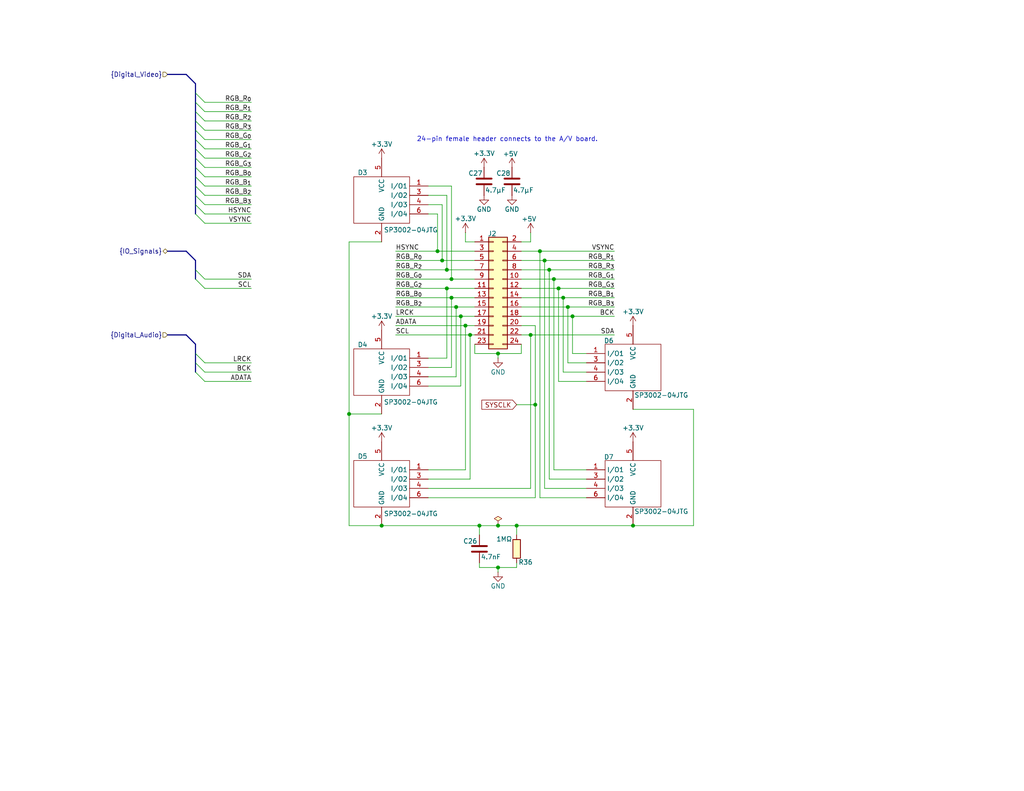
<source format=kicad_sch>
(kicad_sch (version 20231120) (generator "eeschema") (generator_version "8.0")
  (paper "USLetter")
  (lib_symbols
    (symbol "Connector_Generic:Conn_02x12_Odd_Even" (pin_names (offset 1.016) hide)
      (property "Reference" "J" (at 1.27 15.24 0))
      (property "Value" "Conn_02x12_Odd_Even" (at 1.27 -17.78 0))
      (symbol "Conn_02x12_Odd_Even_1_1"
        (rectangle (start -1.27 -15.113) (end 0 -15.367) (stroke (width 0.1524)))
        (rectangle (start -1.27 -12.573) (end 0 -12.827) (stroke (width 0.1524)))
        (rectangle (start -1.27 -10.033) (end 0 -10.287) (stroke (width 0.1524)))
        (rectangle (start -1.27 -7.493) (end 0 -7.747) (stroke (width 0.1524)))
        (rectangle (start -1.27 -4.953) (end 0 -5.207) (stroke (width 0.1524)))
        (rectangle (start -1.27 -2.413) (end 0 -2.667) (stroke (width 0.1524)))
        (rectangle (start -1.27 0.127) (end 0 -0.127) (stroke (width 0.1524)))
        (rectangle (start -1.27 2.667) (end 0 2.413) (stroke (width 0.1524)))
        (rectangle (start -1.27 5.207) (end 0 4.953) (stroke (width 0.1524)))
        (rectangle (start -1.27 7.747) (end 0 7.493) (stroke (width 0.1524)))
        (rectangle (start -1.27 10.287) (end 0 10.033) (stroke (width 0.1524)))
        (rectangle (start -1.27 12.827) (end 0 12.573) (stroke (width 0.1524)))
        (rectangle (start -1.27 13.97) (end 3.81 -16.51) (stroke (width 0.254)) (fill (type background)))
        (rectangle (start 3.81 -15.113) (end 2.54 -15.367) (stroke (width 0.1524)))
        (rectangle (start 3.81 -12.573) (end 2.54 -12.827) (stroke (width 0.1524)))
        (rectangle (start 3.81 -10.033) (end 2.54 -10.287) (stroke (width 0.1524)))
        (rectangle (start 3.81 -7.493) (end 2.54 -7.747) (stroke (width 0.1524)))
        (rectangle (start 3.81 -4.953) (end 2.54 -5.207) (stroke (width 0.1524)))
        (rectangle (start 3.81 -2.413) (end 2.54 -2.667) (stroke (width 0.1524)))
        (rectangle (start 3.81 0.127) (end 2.54 -0.127) (stroke (width 0.1524)))
        (rectangle (start 3.81 2.667) (end 2.54 2.413) (stroke (width 0.1524)))
        (rectangle (start 3.81 5.207) (end 2.54 4.953) (stroke (width 0.1524)))
        (rectangle (start 3.81 7.747) (end 2.54 7.493) (stroke (width 0.1524)))
        (rectangle (start 3.81 10.287) (end 2.54 10.033) (stroke (width 0.1524)))
        (rectangle (start 3.81 12.827) (end 2.54 12.573) (stroke (width 0.1524)))
        (pin passive line (at -5.08 12.7 0) (length 3.81) (name "Pin_1") (number "1"))
        (pin passive line (at 7.62 2.54 180) (length 3.81) (name "Pin_10") (number "10"))
        (pin passive line (at -5.08 0 0) (length 3.81) (name "Pin_11") (number "11"))
        (pin passive line (at 7.62 0 180) (length 3.81) (name "Pin_12") (number "12"))
        (pin passive line (at -5.08 -2.54 0) (length 3.81) (name "Pin_13") (number "13"))
        (pin passive line (at 7.62 -2.54 180) (length 3.81) (name "Pin_14") (number "14"))
        (pin passive line (at -5.08 -5.08 0) (length 3.81) (name "Pin_15") (number "15"))
        (pin passive line (at 7.62 -5.08 180) (length 3.81) (name "Pin_16") (number "16"))
        (pin passive line (at -5.08 -7.62 0) (length 3.81) (name "Pin_17") (number "17"))
        (pin passive line (at 7.62 -7.62 180) (length 3.81) (name "Pin_18") (number "18"))
        (pin passive line (at -5.08 -10.16 0) (length 3.81) (name "Pin_19") (number "19"))
        (pin passive line (at 7.62 12.7 180) (length 3.81) (name "Pin_2") (number "2"))
        (pin passive line (at 7.62 -10.16 180) (length 3.81) (name "Pin_20") (number "20"))
        (pin passive line (at -5.08 -12.7 0) (length 3.81) (name "Pin_21") (number "21"))
        (pin passive line (at 7.62 -12.7 180) (length 3.81) (name "Pin_22") (number "22"))
        (pin passive line (at -5.08 -15.24 0) (length 3.81) (name "Pin_23") (number "23"))
        (pin passive line (at 7.62 -15.24 180) (length 3.81) (name "Pin_24") (number "24"))
        (pin passive line (at -5.08 10.16 0) (length 3.81) (name "Pin_3") (number "3"))
        (pin passive line (at 7.62 10.16 180) (length 3.81) (name "Pin_4") (number "4"))
        (pin passive line (at -5.08 7.62 0) (length 3.81) (name "Pin_5") (number "5"))
        (pin passive line (at 7.62 7.62 180) (length 3.81) (name "Pin_6") (number "6"))
        (pin passive line (at -5.08 5.08 0) (length 3.81) (name "Pin_7") (number "7"))
        (pin passive line (at 7.62 5.08 180) (length 3.81) (name "Pin_8") (number "8"))
        (pin passive line (at -5.08 2.54 0) (length 3.81) (name "Pin_9") (number "9"))
      )
    )
    (symbol "Device:C" (pin_numbers hide) (pin_names (offset 0.254))
      (property "Reference" "C" (at 0.635 2.54 0))
      (property "Value" "C" (at 0.635 -2.54 0))
      (symbol "C_0_1"
        (polyline (pts (xy -2.032 -0.762) (xy 2.032 -0.762)) (stroke (width 0.508)))
        (polyline (pts (xy -2.032 0.762) (xy 2.032 0.762)) (stroke (width 0.508)))
      )
      (symbol "C_1_1"
        (pin passive line (at 0 3.81 270) (length 2.794) (name "~") (number "1"))
        (pin passive line (at 0 -3.81 90) (length 2.794) (name "~") (number "2"))
      )
    )
    (symbol "Device:R" (pin_numbers hide) (pin_names (offset 0))
      (property "Reference" "R" (at 2.032 0 90))
      (property "Value" "R" (at 0 0 90))
      (symbol "R_1_1"
        (rectangle (start -1.016 2.54) (end 1.016 -2.54) (stroke (width 0.254)) (fill (type background)))
        (pin passive line (at 0 3.81 270) (length 1.27) (name "~") (number "1"))
        (pin passive line (at 0 -3.81 90) (length 1.27) (name "~") (number "2"))
      )
    )
    (symbol "Sentinel 65X - Prototype 4 V2:SP3002-04JTG"
      (property "Reference" "D" (at 0.5281 0.7596 0))
      (property "Value" "SP3002-04JTG" (at 15.2292 -14.0415 0))
      (symbol "SP3002-04JTG_0_1"
        (rectangle (start 0 0) (end 15.24 -12.7))
      )
      (symbol "SP3002-04JTG_1_1"
        (pin passive line (at -5.08 -2.54 0) (length 5.08) (name "I/O1") (number "1"))
        (pin power_in line (at 7.62 -17.78 90) (length 5.08) (name "GND") (number "2"))
        (pin passive line (at -5.08 -5.08 0) (length 5.08) (name "I/O2") (number "3"))
        (pin passive line (at -5.08 -7.62 0) (length 5.08) (name "I/O3") (number "4"))
        (pin power_in line (at 7.62 5.08 270) (length 5.08) (name "VCC") (number "5"))
        (pin passive line (at -5.08 -10.16 0) (length 5.08) (name "I/O4") (number "6"))
      )
    )
    (symbol "power:+3.3V" (power) (pin_numbers hide) (pin_names (offset 0) hide)
      (property "Value" "+3.3V" (at 0 3.556 0))
      (symbol "+3.3V_0_1"
        (polyline (pts (xy -0.762 1.27) (xy 0 2.54)))
        (polyline (pts (xy 0 0) (xy 0 2.54)))
        (polyline (pts (xy 0 2.54) (xy 0.762 1.27)))
      )
      (symbol "+3.3V_1_1"
        (pin power_in line (at 0 0 90) (length 0) (name "~") (number "1"))
      )
    )
    (symbol "power:+5V" (power) (pin_numbers hide) (pin_names (offset 0) hide)
      (property "Value" "+5V" (at 0 3.556 0))
      (symbol "+5V_0_1"
        (polyline (pts (xy -0.762 1.27) (xy 0 2.54)))
        (polyline (pts (xy 0 0) (xy 0 2.54)))
        (polyline (pts (xy 0 2.54) (xy 0.762 1.27)))
      )
      (symbol "+5V_1_1"
        (pin power_in line (at 0 0 90) (length 0) (name "~") (number "1"))
      )
    )
    (symbol "power:GND" (power) (pin_numbers hide) (pin_names (offset 0) hide)
      (property "Value" "GND" (at 0 -3.81 0))
      (symbol "GND_0_1"
        (polyline (pts (xy 0 0) (xy 0 -1.27) (xy 1.27 -1.27) (xy 0 -2.54) (xy -1.27 -1.27) (xy 0 -1.27)))
      )
      (symbol "GND_1_1"
        (pin power_in line (at 0 0 270) (length 0) (name "~") (number "1"))
      )
    )
    (symbol "power:PWR_FLAG" (power) (pin_numbers hide) (pin_names (offset 0) hide)
      (property "Value" "PWR_FLAG" (at 0 3.81 0))
      (symbol "PWR_FLAG_0_0"
        (pin power_out line (at 0 0 90) (length 0) (name "~") (number "1"))
      )
      (symbol "PWR_FLAG_1_1"
        (polyline (pts (xy 0 0) (xy 0 1.27) (xy -1.016 1.905) (xy 0 2.54) (xy 1.016 1.905) (xy 0 1.27)) (fill (type background)))
      )
    )
  )
  (junction (at 130.81 143.51))
  (junction (at 127 88.9))
  (junction (at 119.38 68.58))
  (junction (at 152.4 78.74))
  (junction (at 140.97 143.51))
  (junction (at 95.25 113.03))
  (junction (at 121.92 78.74))
  (junction (at 128.27 91.44))
  (junction (at 148.59 71.12))
  (junction (at 121.92 73.66))
  (junction (at 135.89 143.51))
  (junction (at 123.19 76.2))
  (junction (at 135.89 154.94))
  (junction (at 146.05 110.49))
  (junction (at 154.94 83.82))
  (junction (at 151.13 76.2))
  (junction (at 153.67 81.28))
  (junction (at 125.73 86.36))
  (junction (at 144.78 91.44))
  (junction (at 147.32 68.58))
  (junction (at 135.89 96.52))
  (junction (at 149.86 73.66))
  (junction (at 124.46 83.82))
  (junction (at 104.14 143.51))
  (junction (at 120.65 71.12))
  (junction (at 123.19 81.28))
  (junction (at 156.21 86.36))
  (junction (at 172.72 143.51))
  (bus_entry (at 53.34 99.06) (size 2.54 2.54))
  (bus_entry (at 53.34 55.88) (size 2.54 2.54))
  (bus_entry (at 53.34 30.48) (size 2.54 2.54))
  (bus_entry (at 53.34 101.6) (size 2.54 2.54))
  (bus_entry (at 53.34 53.34) (size 2.54 2.54))
  (bus_entry (at 53.34 35.56) (size 2.54 2.54))
  (bus_entry (at 53.34 76.2) (size 2.54 2.54))
  (bus_entry (at 53.34 50.8) (size 2.54 2.54))
  (bus_entry (at 53.34 48.26) (size 2.54 2.54))
  (bus_entry (at 53.34 43.18) (size 2.54 2.54))
  (bus_entry (at 53.34 33.02) (size 2.54 2.54))
  (bus_entry (at 53.34 96.52) (size 2.54 2.54))
  (bus_entry (at 53.34 40.64) (size 2.54 2.54))
  (bus_entry (at 53.34 25.4) (size 2.54 2.54))
  (bus_entry (at 53.34 73.66) (size 2.54 2.54))
  (bus_entry (at 53.34 45.72) (size 2.54 2.54))
  (bus_entry (at 53.34 58.42) (size 2.54 2.54))
  (bus_entry (at 53.34 38.1) (size 2.54 2.54))
  (bus_entry (at 53.34 27.94) (size 2.54 2.54))
  (wire (pts (xy 154.94 83.82) (xy 154.94 99.06)))
  (wire (pts (xy 55.88 27.94) (xy 68.58 27.94)))
  (wire (pts (xy 130.81 154.94) (xy 130.81 153.67)))
  (wire (pts (xy 107.95 78.74) (xy 121.92 78.74)))
  (wire (pts (xy 116.84 105.41) (xy 125.73 105.41)))
  (bus (pts (xy 53.34 93.98) (xy 53.34 96.52)))
  (wire (pts (xy 116.84 55.88) (xy 120.65 55.88)))
  (wire (pts (xy 55.88 48.26) (xy 68.58 48.26)))
  (wire (pts (xy 151.13 76.2) (xy 167.64 76.2)))
  (wire (pts (xy 123.19 81.28) (xy 129.54 81.28)))
  (bus (pts (xy 53.34 71.12) (xy 53.34 73.66)))
  (wire (pts (xy 148.59 133.35) (xy 160.02 133.35)))
  (wire (pts (xy 55.88 45.72) (xy 68.58 45.72)))
  (bus (pts (xy 53.34 73.66) (xy 53.34 76.2)))
  (bus (pts (xy 53.34 48.26) (xy 53.34 50.8)))
  (wire (pts (xy 121.92 73.66) (xy 129.54 73.66)))
  (wire (pts (xy 55.88 55.88) (xy 68.58 55.88)))
  (wire (pts (xy 140.97 110.49) (xy 146.05 110.49)))
  (wire (pts (xy 130.81 143.51) (xy 135.89 143.51)))
  (bus (pts (xy 53.34 50.8) (xy 53.34 53.34)))
  (wire (pts (xy 142.24 83.82) (xy 154.94 83.82)))
  (wire (pts (xy 116.84 133.35) (xy 144.78 133.35)))
  (bus (pts (xy 53.34 35.56) (xy 53.34 38.1)))
  (wire (pts (xy 55.88 104.14) (xy 68.58 104.14)))
  (wire (pts (xy 116.84 130.81) (xy 128.27 130.81)))
  (bus (pts (xy 53.34 53.34) (xy 53.34 55.88)))
  (wire (pts (xy 128.27 91.44) (xy 129.54 91.44)))
  (wire (pts (xy 121.92 53.34) (xy 121.92 73.66)))
  (wire (pts (xy 127 88.9) (xy 127 128.27)))
  (wire (pts (xy 153.67 101.6) (xy 160.02 101.6)))
  (wire (pts (xy 119.38 68.58) (xy 129.54 68.58)))
  (bus (pts (xy 53.34 55.88) (xy 53.34 58.42)))
  (wire (pts (xy 95.25 113.03) (xy 104.14 113.03)))
  (wire (pts (xy 95.25 66.04) (xy 95.25 113.03)))
  (bus (pts (xy 53.34 25.4) (xy 53.34 27.94)))
  (wire (pts (xy 142.24 93.98) (xy 142.24 96.52)))
  (wire (pts (xy 121.92 78.74) (xy 129.54 78.74)))
  (bus (pts (xy 45.72 68.58) (xy 50.8 68.58)))
  (wire (pts (xy 123.19 76.2) (xy 129.54 76.2)))
  (wire (pts (xy 124.46 83.82) (xy 124.46 102.87)))
  (wire (pts (xy 116.84 50.8) (xy 123.19 50.8)))
  (wire (pts (xy 55.88 38.1) (xy 68.58 38.1)))
  (wire (pts (xy 140.97 143.51) (xy 172.72 143.51)))
  (wire (pts (xy 120.65 71.12) (xy 129.54 71.12)))
  (wire (pts (xy 142.24 68.58) (xy 147.32 68.58)))
  (wire (pts (xy 151.13 128.27) (xy 160.02 128.27)))
  (wire (pts (xy 55.88 76.2) (xy 68.58 76.2)))
  (wire (pts (xy 128.27 91.44) (xy 128.27 130.81)))
  (wire (pts (xy 116.84 135.89) (xy 146.05 135.89)))
  (bus (pts (xy 45.72 91.44) (xy 50.8 91.44)))
  (wire (pts (xy 140.97 143.51) (xy 140.97 146.05)))
  (wire (pts (xy 142.24 91.44) (xy 144.78 91.44)))
  (wire (pts (xy 144.78 91.44) (xy 144.78 133.35)))
  (wire (pts (xy 55.88 50.8) (xy 68.58 50.8)))
  (wire (pts (xy 135.89 97.79) (xy 135.89 96.52)))
  (wire (pts (xy 124.46 83.82) (xy 129.54 83.82)))
  (wire (pts (xy 55.88 53.34) (xy 68.58 53.34)))
  (bus (pts (xy 53.34 40.64) (xy 53.34 43.18)))
  (wire (pts (xy 55.88 60.96) (xy 68.58 60.96)))
  (wire (pts (xy 107.95 91.44) (xy 128.27 91.44)))
  (wire (pts (xy 156.21 86.36) (xy 167.64 86.36)))
  (bus (pts (xy 53.34 43.18) (xy 53.34 45.72)))
  (wire (pts (xy 147.32 135.89) (xy 160.02 135.89)))
  (wire (pts (xy 121.92 78.74) (xy 121.92 97.79)))
  (wire (pts (xy 116.84 128.27) (xy 127 128.27)))
  (wire (pts (xy 152.4 78.74) (xy 167.64 78.74)))
  (wire (pts (xy 135.89 154.94) (xy 140.97 154.94)))
  (wire (pts (xy 130.81 154.94) (xy 135.89 154.94)))
  (wire (pts (xy 147.32 68.58) (xy 167.64 68.58)))
  (wire (pts (xy 172.72 111.76) (xy 189.23 111.76)))
  (wire (pts (xy 142.24 78.74) (xy 152.4 78.74)))
  (wire (pts (xy 127 63.5) (xy 127 66.04)))
  (wire (pts (xy 144.78 91.44) (xy 167.64 91.44)))
  (wire (pts (xy 142.24 86.36) (xy 156.21 86.36)))
  (bus (pts (xy 53.34 99.06) (xy 53.34 101.6)))
  (wire (pts (xy 130.81 143.51) (xy 130.81 146.05)))
  (wire (pts (xy 55.88 30.48) (xy 68.58 30.48)))
  (wire (pts (xy 107.95 83.82) (xy 124.46 83.82)))
  (wire (pts (xy 95.25 113.03) (xy 95.25 143.51)))
  (wire (pts (xy 142.24 81.28) (xy 153.67 81.28)))
  (wire (pts (xy 107.95 88.9) (xy 127 88.9)))
  (wire (pts (xy 107.95 76.2) (xy 123.19 76.2)))
  (bus (pts (xy 53.34 33.02) (xy 53.34 35.56)))
  (wire (pts (xy 148.59 71.12) (xy 148.59 133.35)))
  (wire (pts (xy 152.4 104.14) (xy 160.02 104.14)))
  (wire (pts (xy 116.84 100.33) (xy 123.19 100.33)))
  (wire (pts (xy 152.4 78.74) (xy 152.4 104.14)))
  (wire (pts (xy 189.23 111.76) (xy 189.23 143.51)))
  (bus (pts (xy 53.34 22.86) (xy 53.34 25.4)))
  (wire (pts (xy 142.24 66.04) (xy 144.78 66.04)))
  (wire (pts (xy 156.21 86.36) (xy 156.21 96.52)))
  (wire (pts (xy 135.89 96.52) (xy 142.24 96.52)))
  (wire (pts (xy 55.88 78.74) (xy 68.58 78.74)))
  (bus (pts (xy 50.8 91.44) (xy 53.34 93.98)))
  (wire (pts (xy 142.24 73.66) (xy 149.86 73.66)))
  (wire (pts (xy 135.89 154.94) (xy 135.89 156.21)))
  (wire (pts (xy 120.65 55.88) (xy 120.65 71.12)))
  (wire (pts (xy 55.88 58.42) (xy 68.58 58.42)))
  (bus (pts (xy 50.8 20.32) (xy 53.34 22.86)))
  (wire (pts (xy 119.38 58.42) (xy 119.38 68.58)))
  (wire (pts (xy 55.88 33.02) (xy 68.58 33.02)))
  (wire (pts (xy 142.24 76.2) (xy 151.13 76.2)))
  (bus (pts (xy 53.34 30.48) (xy 53.34 33.02)))
  (wire (pts (xy 153.67 81.28) (xy 167.64 81.28)))
  (wire (pts (xy 55.88 40.64) (xy 68.58 40.64)))
  (wire (pts (xy 55.88 35.56) (xy 68.58 35.56)))
  (wire (pts (xy 142.24 71.12) (xy 148.59 71.12)))
  (wire (pts (xy 116.84 97.79) (xy 121.92 97.79)))
  (wire (pts (xy 55.88 99.06) (xy 68.58 99.06)))
  (wire (pts (xy 107.95 73.66) (xy 121.92 73.66)))
  (wire (pts (xy 142.24 88.9) (xy 146.05 88.9)))
  (wire (pts (xy 154.94 99.06) (xy 160.02 99.06)))
  (wire (pts (xy 172.72 143.51) (xy 189.23 143.51)))
  (wire (pts (xy 116.84 102.87) (xy 124.46 102.87)))
  (wire (pts (xy 55.88 43.18) (xy 68.58 43.18)))
  (wire (pts (xy 107.95 81.28) (xy 123.19 81.28)))
  (wire (pts (xy 95.25 143.51) (xy 104.14 143.51)))
  (wire (pts (xy 127 66.04) (xy 129.54 66.04)))
  (wire (pts (xy 151.13 76.2) (xy 151.13 128.27)))
  (wire (pts (xy 149.86 73.66) (xy 167.64 73.66)))
  (wire (pts (xy 125.73 86.36) (xy 129.54 86.36)))
  (wire (pts (xy 107.95 86.36) (xy 125.73 86.36)))
  (wire (pts (xy 154.94 83.82) (xy 167.64 83.82)))
  (bus (pts (xy 53.34 27.94) (xy 53.34 30.48)))
  (wire (pts (xy 153.67 81.28) (xy 153.67 101.6)))
  (wire (pts (xy 147.32 68.58) (xy 147.32 135.89)))
  (wire (pts (xy 116.84 53.34) (xy 121.92 53.34)))
  (wire (pts (xy 125.73 86.36) (xy 125.73 105.41)))
  (wire (pts (xy 148.59 71.12) (xy 167.64 71.12)))
  (bus (pts (xy 50.8 68.58) (xy 53.34 71.12)))
  (bus (pts (xy 53.34 96.52) (xy 53.34 99.06)))
  (wire (pts (xy 149.86 73.66) (xy 149.86 130.81)))
  (bus (pts (xy 53.34 45.72) (xy 53.34 48.26)))
  (wire (pts (xy 123.19 50.8) (xy 123.19 76.2)))
  (wire (pts (xy 135.89 143.51) (xy 140.97 143.51)))
  (wire (pts (xy 140.97 154.94) (xy 140.97 153.67)))
  (wire (pts (xy 95.25 66.04) (xy 104.14 66.04)))
  (wire (pts (xy 146.05 88.9) (xy 146.05 110.49)))
  (wire (pts (xy 144.78 63.5) (xy 144.78 66.04)))
  (wire (pts (xy 107.95 71.12) (xy 120.65 71.12)))
  (wire (pts (xy 127 88.9) (xy 129.54 88.9)))
  (wire (pts (xy 129.54 96.52) (xy 135.89 96.52)))
  (bus (pts (xy 53.34 38.1) (xy 53.34 40.64)))
  (wire (pts (xy 156.21 96.52) (xy 160.02 96.52)))
  (wire (pts (xy 149.86 130.81) (xy 160.02 130.81)))
  (wire (pts (xy 146.05 110.49) (xy 146.05 135.89)))
  (wire (pts (xy 123.19 81.28) (xy 123.19 100.33)))
  (wire (pts (xy 116.84 58.42) (xy 119.38 58.42)))
  (bus (pts (xy 45.72 20.32) (xy 50.8 20.32)))
  (wire (pts (xy 104.14 143.51) (xy 130.81 143.51)))
  (wire (pts (xy 129.54 93.98) (xy 129.54 96.52)))
  (wire (pts (xy 55.88 101.6) (xy 68.58 101.6)))
  (wire (pts (xy 107.95 68.58) (xy 119.38 68.58)))
  (text "24-pin female header connects to the A/V board." (at 138.43 38.1 0) (effects (font (size 1.27 1.27))))
  (label "ADATA" (at 107.95 88.9 0))
  (label "LRCK" (at 107.95 86.36 0))
  (label "SDA" (at 68.58 76.2 180))
  (label "RGB_B_{1}" (at 167.64 81.28 180))
  (label "HSYNC" (at 68.58 58.42 180))
  (label "RGB_R_{1}" (at 167.64 71.12 180))
  (label "RGB_R_{2}" (at 107.95 73.66 0))
  (label "SDA" (at 167.64 91.44 180))
  (label "VSYNC" (at 167.64 68.58 180))
  (label "SCL" (at 68.58 78.74 180))
  (label "RGB_B_{1}" (at 68.58 50.8 180))
  (label "RGB_G_{1}" (at 167.64 76.2 180))
  (label "RGB_G_{2}" (at 107.95 78.74 0))
  (label "RGB_G_{1}" (at 68.58 40.64 180))
  (label "RGB_R_{0}" (at 107.95 71.12 0))
  (label "RGB_B_{3}" (at 68.58 55.88 180))
  (label "RGB_G_{3}" (at 68.58 45.72 180))
  (label "RGB_R_{2}" (at 68.58 33.02 180))
  (label "VSYNC" (at 68.58 60.96 180))
  (label "RGB_R_{0}" (at 68.58 27.94 180))
  (label "RGB_G_{3}" (at 167.64 78.74 180))
  (label "RGB_R_{3}" (at 167.64 73.66 180))
  (label "RGB_B_{2}" (at 107.95 83.82 0))
  (label "BCK" (at 167.64 86.36 180))
  (label "RGB_B_{2}" (at 68.58 53.34 180))
  (label "RGB_B_{3}" (at 167.64 83.82 180))
  (label "ADATA" (at 68.58 104.14 180))
  (label "RGB_R_{1}" (at 68.58 30.48 180))
  (label "RGB_G_{2}" (at 68.58 43.18 180))
  (label "SCL" (at 107.95 91.44 0))
  (label "RGB_B_{0}" (at 107.95 81.28 0))
  (label "HSYNC" (at 107.95 68.58 0))
  (label "RGB_R_{3}" (at 68.58 35.56 180))
  (label "BCK" (at 68.58 101.6 180))
  (label "RGB_B_{0}" (at 68.58 48.26 180))
  (label "RGB_G_{0}" (at 68.58 38.1 180))
  (label "LRCK" (at 68.58 99.06 180))
  (label "RGB_G_{0}" (at 107.95 76.2 0))
  (global_label "SYSCLK" (shape input) (at 140.97 110.49 180) (property "Intersheetrefs" "${INTERSHEET_REFS}" (effects (hide yes))))
  (hierarchical_label "{Digital_Video}" (shape input) (at 45.72 20.32 180))
  (hierarchical_label "{IO_Signals}" (shape bidirectional) (at 45.72 68.58 180))
  (hierarchical_label "{Digital_Audio}" (shape input) (at 45.72 91.44 180))
  (symbol (lib_id "Device:C") (at 130.81 149.86 180) (unit 1)
    (property "Reference" "C26" (at 130.2693 147.7519 0) (effects (justify left)))
    (property "Value" "4.7nF" (at 136.6666 152.0481 0) (effects (justify left)))
    (property "Footprint" "Capacitor_SMD:C_0402_1005Metric" (effects (hide yes)))
    (property "Description" "Unpolarized capacitor" (effects (hide yes)))
  )
  (symbol (lib_id "Device:C") (at 139.7 49.53 0) (unit 1)
    (property "Reference" "C28" (at 135.4001 47.3085 0) (effects (justify left)))
    (property "Value" "4.7µF" (at 139.9647 51.9161 0) (effects (justify left)))
    (property "Footprint" "Capacitor_SMD:C_0402_1005Metric" (effects (hide yes)))
    (property "Description" "Unpolarized capacitor" (effects (hide yes)))
  )
  (symbol (lib_id "Device:R") (at 140.97 149.86 180) (unit 1)
    (property "Reference" "R36" (at 143.4061 153.5062 0))
    (property "Value" "1MΩ" (at 137.5637 147.164 0))
    (property "Footprint" "Resistor_SMD:R_0402_1005Metric" (effects (hide yes)))
    (property "Description" "Resistor" (effects (hide yes)))
  )
  (symbol (lib_id "Device:C") (at 132.08 49.53 0) (unit 1)
    (property "Reference" "C27" (at 127.7801 47.3085 0) (effects (justify left)))
    (property "Value" "4.7µF" (at 132.3447 51.9161 0) (effects (justify left)))
    (property "Footprint" "Capacitor_SMD:C_0402_1005Metric" (effects (hide yes)))
    (property "Description" "Unpolarized capacitor" (effects (hide yes)))
  )
  (symbol (lib_id "Sentinel 65X - Prototype 4 V2:SP3002-04JTG") (at 111.76 95.25 0) (mirror y) (unit 1)
    (property "Reference" "D4" (at 100.2861 94.111 0) (effects (justify left)))
    (property "Value" "SP3002-04JTG" (at 119.4651 109.7777 0) (effects (justify left)))
    (property "Footprint" "Package_TO_SOT_SMD:SOT-363_SC-70-6" (effects (hide yes)))
    (property "Datasheet" "https://www.mouser.ca/datasheet/2/240/media-3322885.pdf" (effects (hide yes)))
    (property "Description" "Low Capacitance ESD Protection" (effects (hide yes)))
  )
  (symbol (lib_id "Sentinel 65X - Prototype 4 V2:SP3002-04JTG") (at 111.76 125.73 0) (mirror y) (unit 1)
    (property "Reference" "D5" (at 100.2861 124.591 0) (effects (justify left)))
    (property "Value" "SP3002-04JTG" (at 119.4651 140.2577 0) (effects (justify left)))
    (property "Footprint" "Package_TO_SOT_SMD:SOT-363_SC-70-6" (effects (hide yes)))
    (property "Datasheet" "https://www.mouser.ca/datasheet/2/240/media-3322885.pdf" (effects (hide yes)))
    (property "Description" "Low Capacitance ESD Protection" (effects (hide yes)))
  )
  (symbol (lib_id "power:GND") (at 132.08 53.34 0) (unit 1)
    (property "Reference" "#PWR085" (effects (hide yes)))
    (property "Value" "GND" (at 132.08 57.15 0))
    (property "Description" "Power symbol creates a global label with name \"GND\" , ground" (effects (hide yes)))
  )
  (symbol (lib_id "power:+5V") (at 139.7 45.72 0) (unit 1)
    (property "Reference" "#PWR088" (effects (hide yes)))
    (property "Value" "+5V" (at 139.2544 42.0128 0))
    (property "Description" "Power symbol creates a global label with name \"+5V\"" (effects (hide yes)))
  )
  (symbol (lib_id "Sentinel 65X - Prototype 4 V2:SP3002-04JTG") (at 165.1 125.73 0) (unit 1)
    (property "Reference" "D7" (at 164.7716 124.7701 0) (effects (justify left)))
    (property "Value" "SP3002-04JTG" (at 173.075 139.6384 0) (effects (justify left)))
    (property "Footprint" "Package_TO_SOT_SMD:SOT-363_SC-70-6" (effects (hide yes)))
    (property "Datasheet" "https://www.mouser.ca/datasheet/2/240/media-3322885.pdf" (effects (hide yes)))
    (property "Description" "Low Capacitance ESD Protection" (effects (hide yes)))
  )
  (symbol (lib_id "Sentinel 65X - Prototype 4 V2:SP3002-04JTG") (at 165.1 93.98 0) (unit 1)
    (property "Reference" "D6" (at 164.7716 93.0201 0) (effects (justify left)))
    (property "Value" "SP3002-04JTG" (at 173.075 107.8884 0) (effects (justify left)))
    (property "Footprint" "Package_TO_SOT_SMD:SOT-363_SC-70-6" (effects (hide yes)))
    (property "Datasheet" "https://www.mouser.ca/datasheet/2/240/media-3322885.pdf" (effects (hide yes)))
    (property "Description" "Low Capacitance ESD Protection" (effects (hide yes)))
  )
  (symbol (lib_id "Connector_Generic:Conn_02x12_Odd_Even") (at 134.62 78.74 0) (unit 1)
    (property "Reference" "J2" (at 134.2932 63.7866 0))
    (property "Value" "Conn_02x12_Odd_Even" (effects (hide yes)))
    (property "Footprint" "Connector_PinSocket_2.54mm:PinSocket_2x12_P2.54mm_Vertical" (effects (hide yes)))
    (property "Description" "Generic connector, double row, 02x12, odd/even pin numbering scheme (row 1 odd numbers, row 2 even numbers), script generated (kicad-library-utils/schlib/autogen/connector/)" (effects (hide yes)))
  )
  (symbol (lib_id "power:+3.3V") (at 132.08 45.72 0) (unit 1)
    (property "Reference" "#PWR084" (effects (hide yes)))
    (property "Value" "+3.3V" (at 132.08 41.91 0))
    (property "Description" "Power symbol creates a global label with name \"+3.3V\"" (effects (hide yes)))
  )
  (symbol (lib_id "power:GND") (at 135.89 97.79 0) (unit 1)
    (property "Reference" "#PWR086" (effects (hide yes)))
    (property "Value" "GND" (at 135.89 101.6 0))
    (property "Description" "Power symbol creates a global label with name \"GND\" , ground" (effects (hide yes)))
  )
  (symbol (lib_id "power:+3.3V") (at 104.14 120.65 0) (unit 1)
    (property "Reference" "#PWR082" (effects (hide yes)))
    (property "Value" "+3.3V" (at 104.14 116.84 0))
    (property "Description" "Power symbol creates a global label with name \"+3.3V\"" (effects (hide yes)))
  )
  (symbol (lib_id "power:+5V") (at 144.78 63.5 0) (unit 1)
    (property "Reference" "#PWR090" (effects (hide yes)))
    (property "Value" "+5V" (at 144.3344 59.7928 0))
    (property "Description" "Power symbol creates a global label with name \"+5V\"" (effects (hide yes)))
  )
  (symbol (lib_id "power:+3.3V") (at 104.14 90.17 0) (unit 1)
    (property "Reference" "#PWR081" (effects (hide yes)))
    (property "Value" "+3.3V" (at 104.14 86.36 0))
    (property "Description" "Power symbol creates a global label with name \"+3.3V\"" (effects (hide yes)))
  )
  (symbol (lib_id "power:+3.3V") (at 172.72 88.9 0) (mirror y) (unit 1)
    (property "Reference" "#PWR091" (effects (hide yes)))
    (property "Value" "+3.3V" (at 172.72 85.09 0))
    (property "Description" "Power symbol creates a global label with name \"+3.3V\"" (effects (hide yes)))
  )
  (symbol (lib_id "power:GND") (at 139.7 53.34 0) (unit 1)
    (property "Reference" "#PWR089" (effects (hide yes)))
    (property "Value" "GND" (at 139.7 57.15 0))
    (property "Description" "Power symbol creates a global label with name \"GND\" , ground" (effects (hide yes)))
  )
  (symbol (lib_id "power:+3.3V") (at 172.72 120.65 0) (mirror y) (unit 1)
    (property "Reference" "#PWR092" (effects (hide yes)))
    (property "Value" "+3.3V" (at 172.72 116.84 0))
    (property "Description" "Power symbol creates a global label with name \"+3.3V\"" (effects (hide yes)))
  )
  (symbol (lib_id "power:+3.3V") (at 104.14 43.18 0) (unit 1)
    (property "Reference" "#PWR080" (effects (hide yes)))
    (property "Value" "+3.3V" (at 104.14 39.37 0))
    (property "Description" "Power symbol creates a global label with name \"+3.3V\"" (effects (hide yes)))
  )
  (symbol (lib_id "power:+3.3V") (at 127 63.5 0) (unit 1)
    (property "Reference" "#PWR083" (effects (hide yes)))
    (property "Value" "+3.3V" (at 127 59.69 0))
    (property "Description" "Power symbol creates a global label with name \"+3.3V\"" (effects (hide yes)))
  )
  (symbol (lib_id "Sentinel 65X - Prototype 4 V2:SP3002-04JTG") (at 111.76 48.26 0) (mirror y) (unit 1)
    (property "Reference" "D3" (at 100.2861 47.121 0) (effects (justify left)))
    (property "Value" "SP3002-04JTG" (at 119.4651 62.7877 0) (effects (justify left)))
    (property "Footprint" "Package_TO_SOT_SMD:SOT-363_SC-70-6" (effects (hide yes)))
    (property "Datasheet" "https://www.mouser.ca/datasheet/2/240/media-3322885.pdf" (effects (hide yes)))
    (property "Description" "Low Capacitance ESD Protection" (effects (hide yes)))
  )
  (symbol (lib_id "power:GND") (at 135.89 156.21 0) (unit 1)
    (property "Reference" "#PWR087" (effects (hide yes)))
    (property "Value" "GND" (at 135.89 160.02 0))
    (property "Description" "Power symbol creates a global label with name \"GND\" , ground" (effects (hide yes)))
  )
  (symbol (lib_id "power:PWR_FLAG") (at 135.89 143.51 0) (unit 1)
    (property "Reference" "#FLG01" (effects (hide yes)))
    (property "Value" "PWR_FLAG" (effects (hide yes)))
    (property "Description" "Special symbol for telling ERC where power comes from" (effects (hide yes)))
  )
)
</source>
